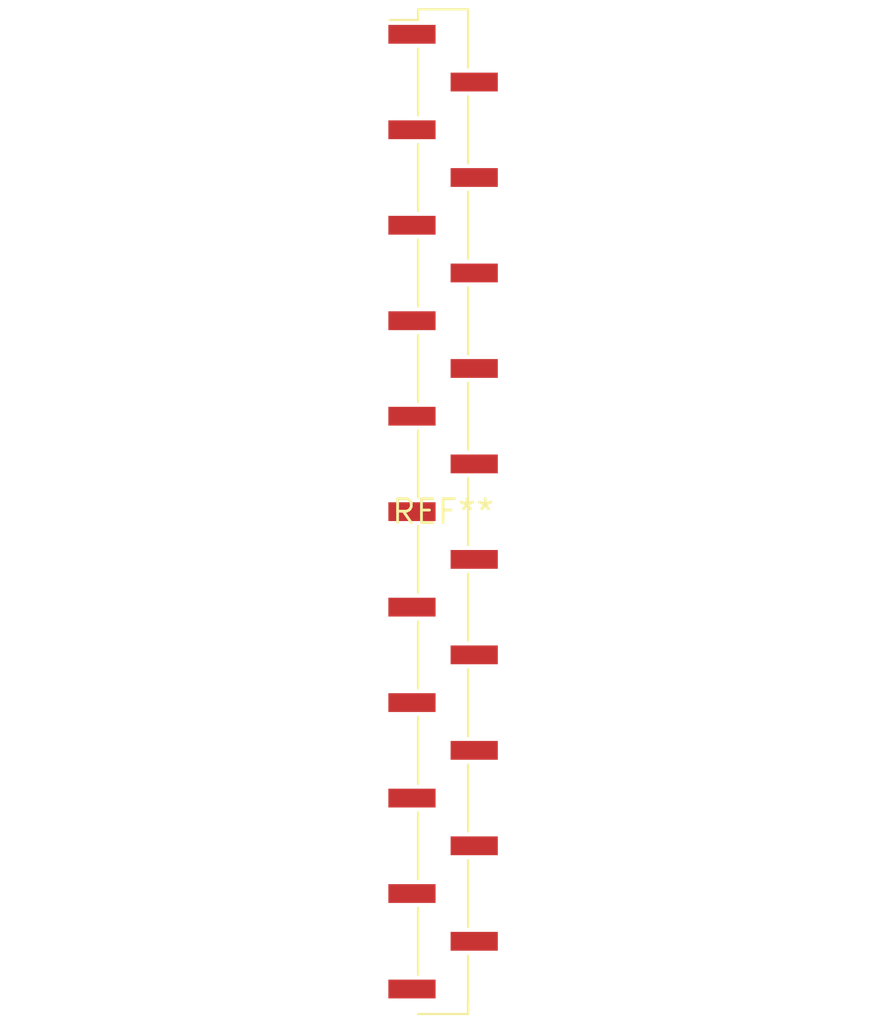
<source format=kicad_pcb>
(kicad_pcb (version 20240108) (generator pcbnew)
  (layers (0 "F.Cu" signal) (31 "B.Cu" signal) (34 "B.Paste" user) (35 "F.Paste" user) (36 "B.SilkS" user "B.Silkscreen") (37 "F.SilkS" user "F.Silkscreen") (38 "B.Mask" user) (39 "F.Mask" user) (44 "Edge.Cuts" user))
  (net 0 "")
  (footprint "PinHeader_1x21_P2.54mm_Vertical_SMD_Pin1Left" (layer "F.Cu") (at 0 0)
    (property "Reference" "REF**")
    (property "Value" "PinHeader_1x21_P2.54mm_Vertical_SMD_Pin1Left")
    (fp_line (start -1.33 -26.73) (end -1.33 -26.16) (layer "F.SilkS") (stroke (width 0.12)))
    (fp_line (start -1.33 -26.73) (end 1.33 -26.73) (layer "F.SilkS") (stroke (width 0.12)))
    (fp_line (start -1.33 -26.16) (end -2.85 -26.16) (layer "F.SilkS") (stroke (width 0.12)))
    (fp_line (start -1.33 -24.64) (end -1.33 -21.08) (layer "F.SilkS") (stroke (width 0.12)))
    (fp_line (start -1.33 -19.56) (end -1.33 -16) (layer "F.SilkS") (stroke (width 0.12)))
    (fp_line (start -1.33 -14.48) (end -1.33 -10.92) (layer "F.SilkS") (stroke (width 0.12)))
    (fp_line (start -1.33 -9.4) (end -1.33 -5.84) (layer "F.SilkS") (stroke (width 0.12)))
    (fp_line (start -1.33 -4.32) (end -1.33 -0.76) (layer "F.SilkS") (stroke (width 0.12)))
    (fp_line (start -1.33 0.76) (end -1.33 4.32) (layer "F.SilkS") (stroke (width 0.12)))
    (fp_line (start -1.33 5.84) (end -1.33 9.4) (layer "F.SilkS") (stroke (width 0.12)))
    (fp_line (start -1.33 10.92) (end -1.33 14.48) (layer "F.SilkS") (stroke (width 0.12)))
    (fp_line (start -1.33 16) (end -1.33 19.56) (layer "F.SilkS") (stroke (width 0.12)))
    (fp_line (start -1.33 21.08) (end -1.33 24.64) (layer "F.SilkS") (stroke (width 0.12)))
    (fp_line (start -1.33 26.73) (end 1.33 26.73) (layer "F.SilkS") (stroke (width 0.12)))
    (fp_line (start 1.33 -26.73) (end 1.33 -23.62) (layer "F.SilkS") (stroke (width 0.12)))
    (fp_line (start 1.33 -22.1) (end 1.33 -18.54) (layer "F.SilkS") (stroke (width 0.12)))
    (fp_line (start 1.33 -17.02) (end 1.33 -13.46) (layer "F.SilkS") (stroke (width 0.12)))
    (fp_line (start 1.33 -11.94) (end 1.33 -8.38) (layer "F.SilkS") (stroke (width 0.12)))
    (fp_line (start 1.33 -6.86) (end 1.33 -3.3) (layer "F.SilkS") (stroke (width 0.12)))
    (fp_line (start 1.33 -1.78) (end 1.33 1.78) (layer "F.SilkS") (stroke (width 0.12)))
    (fp_line (start 1.33 3.3) (end 1.33 6.86) (layer "F.SilkS") (stroke (width 0.12)))
    (fp_line (start 1.33 8.38) (end 1.33 11.94) (layer "F.SilkS") (stroke (width 0.12)))
    (fp_line (start 1.33 13.46) (end 1.33 17.02) (layer "F.SilkS") (stroke (width 0.12)))
    (fp_line (start 1.33 18.54) (end 1.33 22.1) (layer "F.SilkS") (stroke (width 0.12)))
    (fp_line (start 1.33 23.62) (end 1.33 26.73) (layer "F.SilkS") (stroke (width 0.12)))
    (fp_line (start 1.33 26.16) (end 1.33 26.73) (layer "F.SilkS") (stroke (width 0.12)))
    (pad "1" smd rect (at -1.655 -25.4) (size 2.51 1) (layers "F.Cu" "F.Paste" "F.Mask"))
    (pad "2" smd rect (at 1.655 -22.86) (size 2.51 1) (layers "F.Cu" "F.Paste" "F.Mask"))
    (pad "3" smd rect (at -1.655 -20.32) (size 2.51 1) (layers "F.Cu" "F.Paste" "F.Mask"))
    (pad "4" smd rect (at 1.655 -17.78) (size 2.51 1) (layers "F.Cu" "F.Paste" "F.Mask"))
    (pad "5" smd rect (at -1.655 -15.24) (size 2.51 1) (layers "F.Cu" "F.Paste" "F.Mask"))
    (pad "6" smd rect (at 1.655 -12.7) (size 2.51 1) (layers "F.Cu" "F.Paste" "F.Mask"))
    (pad "7" smd rect (at -1.655 -10.16) (size 2.51 1) (layers "F.Cu" "F.Paste" "F.Mask"))
    (pad "8" smd rect (at 1.655 -7.62) (size 2.51 1) (layers "F.Cu" "F.Paste" "F.Mask"))
    (pad "9" smd rect (at -1.655 -5.08) (size 2.51 1) (layers "F.Cu" "F.Paste" "F.Mask"))
    (pad "10" smd rect (at 1.655 -2.54) (size 2.51 1) (layers "F.Cu" "F.Paste" "F.Mask"))
    (pad "11" smd rect (at -1.655 0) (size 2.51 1) (layers "F.Cu" "F.Paste" "F.Mask"))
    (pad "12" smd rect (at 1.655 2.54) (size 2.51 1) (layers "F.Cu" "F.Paste" "F.Mask"))
    (pad "13" smd rect (at -1.655 5.08) (size 2.51 1) (layers "F.Cu" "F.Paste" "F.Mask"))
    (pad "14" smd rect (at 1.655 7.62) (size 2.51 1) (layers "F.Cu" "F.Paste" "F.Mask"))
    (pad "15" smd rect (at -1.655 10.16) (size 2.51 1) (layers "F.Cu" "F.Paste" "F.Mask"))
    (pad "16" smd rect (at 1.655 12.7) (size 2.51 1) (layers "F.Cu" "F.Paste" "F.Mask"))
    (pad "17" smd rect (at -1.655 15.24) (size 2.51 1) (layers "F.Cu" "F.Paste" "F.Mask"))
    (pad "18" smd rect (at 1.655 17.78) (size 2.51 1) (layers "F.Cu" "F.Paste" "F.Mask"))
    (pad "19" smd rect (at -1.655 20.32) (size 2.51 1) (layers "F.Cu" "F.Paste" "F.Mask"))
    (pad "20" smd rect (at 1.655 22.86) (size 2.51 1) (layers "F.Cu" "F.Paste" "F.Mask"))
    (pad "21" smd rect (at -1.655 25.4) (size 2.51 1) (layers "F.Cu" "F.Paste" "F.Mask"))
  )
)
</source>
